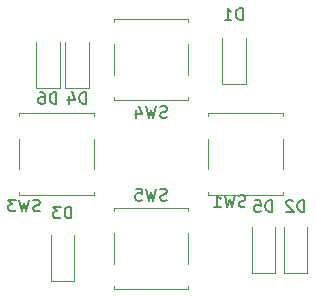
<source format=gbr>
%TF.GenerationSoftware,KiCad,Pcbnew,6.0.11+dfsg-1*%
%TF.CreationDate,2023-02-19T01:13:17+01:00*%
%TF.ProjectId,Controller,436f6e74-726f-46c6-9c65-722e6b696361,rev?*%
%TF.SameCoordinates,Original*%
%TF.FileFunction,Legend,Bot*%
%TF.FilePolarity,Positive*%
%FSLAX46Y46*%
G04 Gerber Fmt 4.6, Leading zero omitted, Abs format (unit mm)*
G04 Created by KiCad (PCBNEW 6.0.11+dfsg-1) date 2023-02-19 01:13:17*
%MOMM*%
%LPD*%
G01*
G04 APERTURE LIST*
%ADD10C,0.150000*%
%ADD11C,0.120000*%
G04 APERTURE END LIST*
D10*
%TO.C,D2*%
X126964095Y-82402380D02*
X126964095Y-81402380D01*
X126726000Y-81402380D01*
X126583142Y-81450000D01*
X126487904Y-81545238D01*
X126440285Y-81640476D01*
X126392666Y-81830952D01*
X126392666Y-81973809D01*
X126440285Y-82164285D01*
X126487904Y-82259523D01*
X126583142Y-82354761D01*
X126726000Y-82402380D01*
X126964095Y-82402380D01*
X126011714Y-81497619D02*
X125964095Y-81450000D01*
X125868857Y-81402380D01*
X125630761Y-81402380D01*
X125535523Y-81450000D01*
X125487904Y-81497619D01*
X125440285Y-81592857D01*
X125440285Y-81688095D01*
X125487904Y-81830952D01*
X126059333Y-82402380D01*
X125440285Y-82402380D01*
%TO.C,D3*%
X107238095Y-82952380D02*
X107238095Y-81952380D01*
X107000000Y-81952380D01*
X106857142Y-82000000D01*
X106761904Y-82095238D01*
X106714285Y-82190476D01*
X106666666Y-82380952D01*
X106666666Y-82523809D01*
X106714285Y-82714285D01*
X106761904Y-82809523D01*
X106857142Y-82904761D01*
X107000000Y-82952380D01*
X107238095Y-82952380D01*
X106333333Y-81952380D02*
X105714285Y-81952380D01*
X106047619Y-82333333D01*
X105904761Y-82333333D01*
X105809523Y-82380952D01*
X105761904Y-82428571D01*
X105714285Y-82523809D01*
X105714285Y-82761904D01*
X105761904Y-82857142D01*
X105809523Y-82904761D01*
X105904761Y-82952380D01*
X106190476Y-82952380D01*
X106285714Y-82904761D01*
X106333333Y-82857142D01*
%TO.C,D4*%
X108488095Y-73252380D02*
X108488095Y-72252380D01*
X108250000Y-72252380D01*
X108107142Y-72300000D01*
X108011904Y-72395238D01*
X107964285Y-72490476D01*
X107916666Y-72680952D01*
X107916666Y-72823809D01*
X107964285Y-73014285D01*
X108011904Y-73109523D01*
X108107142Y-73204761D01*
X108250000Y-73252380D01*
X108488095Y-73252380D01*
X107059523Y-72585714D02*
X107059523Y-73252380D01*
X107297619Y-72204761D02*
X107535714Y-72919047D01*
X106916666Y-72919047D01*
%TO.C,D6*%
X105988095Y-73252380D02*
X105988095Y-72252380D01*
X105750000Y-72252380D01*
X105607142Y-72300000D01*
X105511904Y-72395238D01*
X105464285Y-72490476D01*
X105416666Y-72680952D01*
X105416666Y-72823809D01*
X105464285Y-73014285D01*
X105511904Y-73109523D01*
X105607142Y-73204761D01*
X105750000Y-73252380D01*
X105988095Y-73252380D01*
X104559523Y-72252380D02*
X104750000Y-72252380D01*
X104845238Y-72300000D01*
X104892857Y-72347619D01*
X104988095Y-72490476D01*
X105035714Y-72680952D01*
X105035714Y-73061904D01*
X104988095Y-73157142D01*
X104940476Y-73204761D01*
X104845238Y-73252380D01*
X104654761Y-73252380D01*
X104559523Y-73204761D01*
X104511904Y-73157142D01*
X104464285Y-73061904D01*
X104464285Y-72823809D01*
X104511904Y-72728571D01*
X104559523Y-72680952D01*
X104654761Y-72633333D01*
X104845238Y-72633333D01*
X104940476Y-72680952D01*
X104988095Y-72728571D01*
X105035714Y-72823809D01*
%TO.C,SW1*%
X121983333Y-81938761D02*
X121840476Y-81986380D01*
X121602380Y-81986380D01*
X121507142Y-81938761D01*
X121459523Y-81891142D01*
X121411904Y-81795904D01*
X121411904Y-81700666D01*
X121459523Y-81605428D01*
X121507142Y-81557809D01*
X121602380Y-81510190D01*
X121792857Y-81462571D01*
X121888095Y-81414952D01*
X121935714Y-81367333D01*
X121983333Y-81272095D01*
X121983333Y-81176857D01*
X121935714Y-81081619D01*
X121888095Y-81034000D01*
X121792857Y-80986380D01*
X121554761Y-80986380D01*
X121411904Y-81034000D01*
X121078571Y-80986380D02*
X120840476Y-81986380D01*
X120650000Y-81272095D01*
X120459523Y-81986380D01*
X120221428Y-80986380D01*
X119316666Y-81986380D02*
X119888095Y-81986380D01*
X119602380Y-81986380D02*
X119602380Y-80986380D01*
X119697619Y-81129238D01*
X119792857Y-81224476D01*
X119888095Y-81272095D01*
%TO.C,SW3*%
X104584333Y-82319761D02*
X104441476Y-82367380D01*
X104203380Y-82367380D01*
X104108142Y-82319761D01*
X104060523Y-82272142D01*
X104012904Y-82176904D01*
X104012904Y-82081666D01*
X104060523Y-81986428D01*
X104108142Y-81938809D01*
X104203380Y-81891190D01*
X104393857Y-81843571D01*
X104489095Y-81795952D01*
X104536714Y-81748333D01*
X104584333Y-81653095D01*
X104584333Y-81557857D01*
X104536714Y-81462619D01*
X104489095Y-81415000D01*
X104393857Y-81367380D01*
X104155761Y-81367380D01*
X104012904Y-81415000D01*
X103679571Y-81367380D02*
X103441476Y-82367380D01*
X103251000Y-81653095D01*
X103060523Y-82367380D01*
X102822428Y-81367380D01*
X102536714Y-81367380D02*
X101917666Y-81367380D01*
X102251000Y-81748333D01*
X102108142Y-81748333D01*
X102012904Y-81795952D01*
X101965285Y-81843571D01*
X101917666Y-81938809D01*
X101917666Y-82176904D01*
X101965285Y-82272142D01*
X102012904Y-82319761D01*
X102108142Y-82367380D01*
X102393857Y-82367380D01*
X102489095Y-82319761D01*
X102536714Y-82272142D01*
%TO.C,SW4*%
X115333333Y-74404761D02*
X115190476Y-74452380D01*
X114952380Y-74452380D01*
X114857142Y-74404761D01*
X114809523Y-74357142D01*
X114761904Y-74261904D01*
X114761904Y-74166666D01*
X114809523Y-74071428D01*
X114857142Y-74023809D01*
X114952380Y-73976190D01*
X115142857Y-73928571D01*
X115238095Y-73880952D01*
X115285714Y-73833333D01*
X115333333Y-73738095D01*
X115333333Y-73642857D01*
X115285714Y-73547619D01*
X115238095Y-73500000D01*
X115142857Y-73452380D01*
X114904761Y-73452380D01*
X114761904Y-73500000D01*
X114428571Y-73452380D02*
X114190476Y-74452380D01*
X114000000Y-73738095D01*
X113809523Y-74452380D01*
X113571428Y-73452380D01*
X112761904Y-73785714D02*
X112761904Y-74452380D01*
X113000000Y-73404761D02*
X113238095Y-74119047D01*
X112619047Y-74119047D01*
%TO.C,SW5*%
X115333333Y-81404761D02*
X115190476Y-81452380D01*
X114952380Y-81452380D01*
X114857142Y-81404761D01*
X114809523Y-81357142D01*
X114761904Y-81261904D01*
X114761904Y-81166666D01*
X114809523Y-81071428D01*
X114857142Y-81023809D01*
X114952380Y-80976190D01*
X115142857Y-80928571D01*
X115238095Y-80880952D01*
X115285714Y-80833333D01*
X115333333Y-80738095D01*
X115333333Y-80642857D01*
X115285714Y-80547619D01*
X115238095Y-80500000D01*
X115142857Y-80452380D01*
X114904761Y-80452380D01*
X114761904Y-80500000D01*
X114428571Y-80452380D02*
X114190476Y-81452380D01*
X114000000Y-80738095D01*
X113809523Y-81452380D01*
X113571428Y-80452380D01*
X112714285Y-80452380D02*
X113190476Y-80452380D01*
X113238095Y-80928571D01*
X113190476Y-80880952D01*
X113095238Y-80833333D01*
X112857142Y-80833333D01*
X112761904Y-80880952D01*
X112714285Y-80928571D01*
X112666666Y-81023809D01*
X112666666Y-81261904D01*
X112714285Y-81357142D01*
X112761904Y-81404761D01*
X112857142Y-81452380D01*
X113095238Y-81452380D01*
X113190476Y-81404761D01*
X113238095Y-81357142D01*
%TO.C,D1*%
X121738095Y-66152380D02*
X121738095Y-65152380D01*
X121500000Y-65152380D01*
X121357142Y-65200000D01*
X121261904Y-65295238D01*
X121214285Y-65390476D01*
X121166666Y-65580952D01*
X121166666Y-65723809D01*
X121214285Y-65914285D01*
X121261904Y-66009523D01*
X121357142Y-66104761D01*
X121500000Y-66152380D01*
X121738095Y-66152380D01*
X120214285Y-66152380D02*
X120785714Y-66152380D01*
X120500000Y-66152380D02*
X120500000Y-65152380D01*
X120595238Y-65295238D01*
X120690476Y-65390476D01*
X120785714Y-65438095D01*
%TO.C,D5*%
X124238095Y-82402380D02*
X124238095Y-81402380D01*
X124000000Y-81402380D01*
X123857142Y-81450000D01*
X123761904Y-81545238D01*
X123714285Y-81640476D01*
X123666666Y-81830952D01*
X123666666Y-81973809D01*
X123714285Y-82164285D01*
X123761904Y-82259523D01*
X123857142Y-82354761D01*
X124000000Y-82402380D01*
X124238095Y-82402380D01*
X122761904Y-81402380D02*
X123238095Y-81402380D01*
X123285714Y-81878571D01*
X123238095Y-81830952D01*
X123142857Y-81783333D01*
X122904761Y-81783333D01*
X122809523Y-81830952D01*
X122761904Y-81878571D01*
X122714285Y-81973809D01*
X122714285Y-82211904D01*
X122761904Y-82307142D01*
X122809523Y-82354761D01*
X122904761Y-82402380D01*
X123142857Y-82402380D01*
X123238095Y-82354761D01*
X123285714Y-82307142D01*
D11*
%TO.C,D2*%
X127238000Y-87600000D02*
X125238000Y-87600000D01*
X127238000Y-87600000D02*
X127238000Y-83700000D01*
X125238000Y-87600000D02*
X125238000Y-83700000D01*
%TO.C,D3*%
X105500000Y-88250000D02*
X105500000Y-84350000D01*
X107500000Y-88250000D02*
X107500000Y-84350000D01*
X107500000Y-88250000D02*
X105500000Y-88250000D01*
%TO.C,D4*%
X108750000Y-71900000D02*
X106750000Y-71900000D01*
X106750000Y-71900000D02*
X106750000Y-68000000D01*
X108750000Y-71900000D02*
X108750000Y-68000000D01*
%TO.C,D6*%
X106250000Y-71900000D02*
X106250000Y-68000000D01*
X104250000Y-71900000D02*
X104250000Y-68000000D01*
X106250000Y-71900000D02*
X104250000Y-71900000D01*
%TO.C,SW1*%
X125150000Y-78800000D02*
X125150000Y-76200000D01*
X125150000Y-74300000D02*
X125150000Y-74050000D01*
X118850000Y-74050000D02*
X118850000Y-74300000D01*
X118850000Y-80950000D02*
X125150000Y-80950000D01*
X125150000Y-74050000D02*
X118850000Y-74050000D01*
X125150000Y-80950000D02*
X125150000Y-80700000D01*
X118850000Y-76200000D02*
X118850000Y-78800000D01*
X118850000Y-80700000D02*
X118850000Y-80950000D01*
%TO.C,SW3*%
X109150000Y-74300000D02*
X109150000Y-74050000D01*
X109150000Y-74050000D02*
X102850000Y-74050000D01*
X102850000Y-74050000D02*
X102850000Y-74300000D01*
X102850000Y-76200000D02*
X102850000Y-78800000D01*
X109150000Y-80950000D02*
X109150000Y-80700000D01*
X102850000Y-80700000D02*
X102850000Y-80950000D01*
X102850000Y-80950000D02*
X109150000Y-80950000D01*
X109150000Y-78800000D02*
X109150000Y-76200000D01*
%TO.C,SW4*%
X117150000Y-66050000D02*
X110850000Y-66050000D01*
X117150000Y-66300000D02*
X117150000Y-66050000D01*
X110850000Y-72950000D02*
X117150000Y-72950000D01*
X110850000Y-66050000D02*
X110850000Y-66300000D01*
X110850000Y-72700000D02*
X110850000Y-72950000D01*
X110850000Y-68200000D02*
X110850000Y-70800000D01*
X117150000Y-70800000D02*
X117150000Y-68200000D01*
X117150000Y-72950000D02*
X117150000Y-72700000D01*
%TO.C,SW5*%
X117150000Y-82300000D02*
X117150000Y-82050000D01*
X117150000Y-86800000D02*
X117150000Y-84200000D01*
X110850000Y-88950000D02*
X117150000Y-88950000D01*
X117150000Y-88950000D02*
X117150000Y-88700000D01*
X110850000Y-82050000D02*
X110850000Y-82300000D01*
X117150000Y-82050000D02*
X110850000Y-82050000D01*
X110850000Y-88700000D02*
X110850000Y-88950000D01*
X110850000Y-84200000D02*
X110850000Y-86800000D01*
%TO.C,D1*%
X122000000Y-71600000D02*
X120000000Y-71600000D01*
X122000000Y-71600000D02*
X122000000Y-67700000D01*
X120000000Y-71600000D02*
X120000000Y-67700000D01*
%TO.C,D5*%
X124500000Y-87600000D02*
X124500000Y-83700000D01*
X124500000Y-87600000D02*
X122500000Y-87600000D01*
X122500000Y-87600000D02*
X122500000Y-83700000D01*
%TD*%
M02*

</source>
